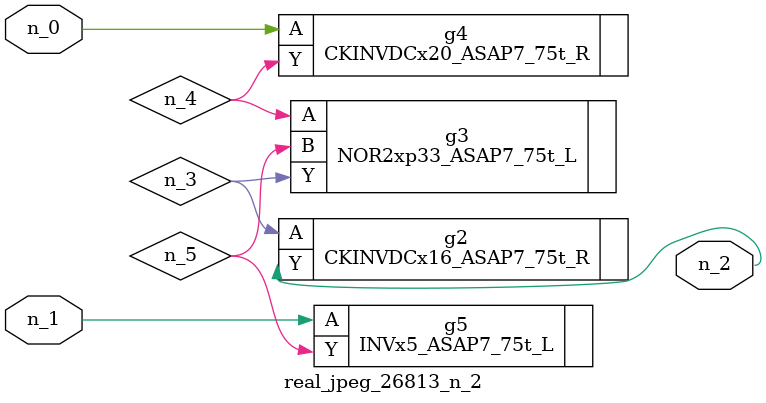
<source format=v>
module real_jpeg_26813_n_2 (n_1, n_0, n_2);

input n_1;
input n_0;

output n_2;

wire n_5;
wire n_4;
wire n_3;

CKINVDCx20_ASAP7_75t_R g4 ( 
.A(n_0),
.Y(n_4)
);

INVx5_ASAP7_75t_L g5 ( 
.A(n_1),
.Y(n_5)
);

CKINVDCx16_ASAP7_75t_R g2 ( 
.A(n_3),
.Y(n_2)
);

NOR2xp33_ASAP7_75t_L g3 ( 
.A(n_4),
.B(n_5),
.Y(n_3)
);


endmodule
</source>
